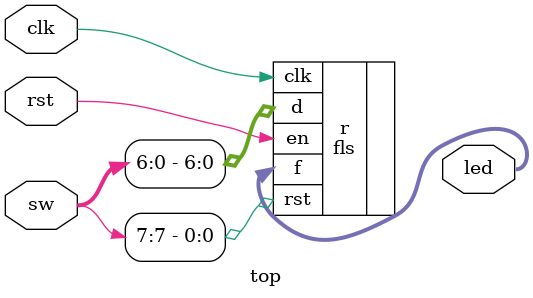
<source format=v>
`timescale 1ns / 1ps

module top(
    input clk, rst,
    input[7 : 0] sw,
    output[6 : 0] led
);
    fls r(.clk(clk), .rst(sw[7]), .en(rst), .d(sw[6 : 0]), .f(led));
endmodule

</source>
